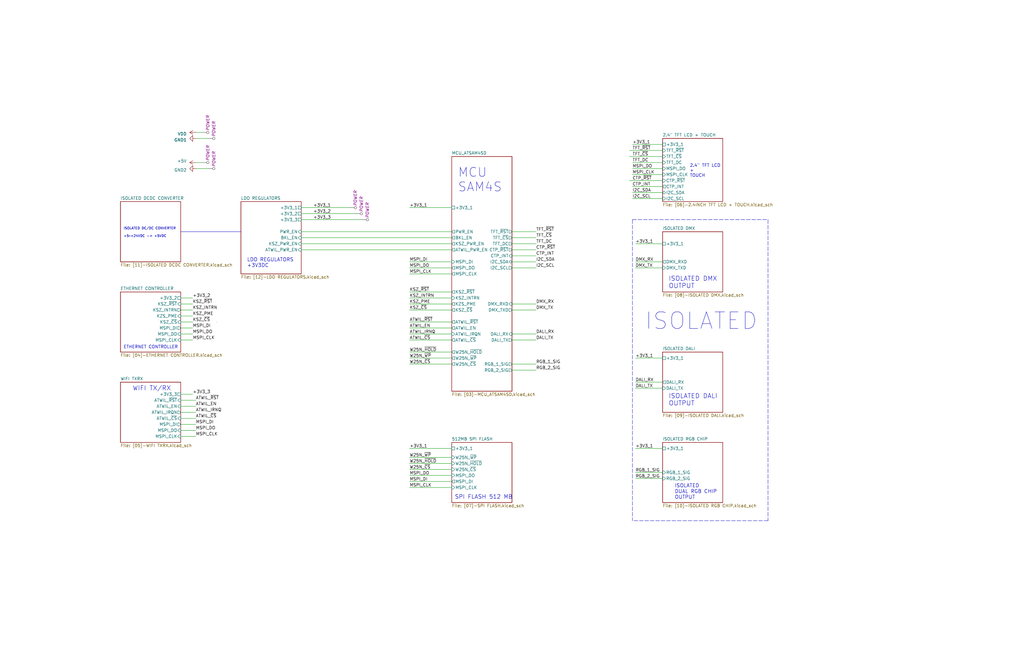
<source format=kicad_sch>
(kicad_sch (version 20230121) (generator eeschema)
  (paper "B")
  (title_block (title "SparkleSplashy") (date "2023-04-25") (company "Siavash Taher Parvar") (comment 1 "Siavash Taher Parvar") (comment 2 "Siavash Taher Parvar") (comment 3 "Siavash Taher Parvar") (comment 4 "_BOM_SpSp_V1.xlsx") (comment 5 "_ASM_SpSp_V1.html") (comment 6 "_GERBER_JLCPCB042023.zip") (comment 8 "No Variant") (comment 9 "N/A"))
  (lib_symbols
    (symbol "power:+5V" (power) (pin_names (offset 0))
      (property "Value" "+5V" (at 0 3.556 0))
      (symbol "+5V_0_1"
        (polyline (pts (xy -0.762 1.27) (xy 0 2.54)))
        (polyline (pts (xy 0 0) (xy 0 2.54)))
        (polyline (pts (xy 0 2.54) (xy 0.762 1.27)))
      )
      (symbol "+5V_1_1"
        (pin power_in line (at 0 0 90) (length 0) hide (name "+5V") (number "1"))
      )
    )
    (symbol "power:GND1" (power) (pin_names (offset 0))
      (property "Value" "GND1" (at 0 -3.81 0))
      (symbol "GND1_0_1"
        (polyline (pts (xy 0 0) (xy 0 -1.27) (xy 1.27 -1.27) (xy 0 -2.54) (xy -1.27 -1.27) (xy 0 -1.27)))
      )
      (symbol "GND1_1_1"
        (pin power_in line (at 0 0 270) (length 0) hide (name "GND1") (number "1"))
      )
    )
    (symbol "power:GND2" (power) (pin_names (offset 0))
      (property "Value" "GND2" (at 0 -3.81 0))
      (symbol "GND2_0_1"
        (polyline (pts (xy 0 0) (xy 0 -1.27) (xy 1.27 -1.27) (xy 0 -2.54) (xy -1.27 -1.27) (xy 0 -1.27)))
      )
      (symbol "GND2_1_1"
        (pin power_in line (at 0 0 270) (length 0) hide (name "GND2") (number "1"))
      )
    )
    (symbol "power:VDD" (power) (pin_names (offset 0))
      (property "Value" "VDD" (at 0 3.81 0))
      (symbol "VDD_0_1"
        (polyline (pts (xy -0.762 1.27) (xy 0 2.54)))
        (polyline (pts (xy 0 0) (xy 0 2.54)))
        (polyline (pts (xy 0 2.54) (xy 0.762 1.27)))
      )
      (symbol "VDD_1_1"
        (pin power_in line (at 0 0 90) (length 0) hide (name "VDD") (number "1"))
      )
    )
  )
  (wire (pts (xy 127 90.17) (xy 149.86 90.17)))
  (wire (pts (xy 266.7 60.96) (xy 279.4 60.96)))
  (wire (pts (xy 172.72 128.27) (xy 190.5 128.27)))
  (wire (pts (xy 215.9 102.87) (xy 226.06 102.87)))
  (wire (pts (xy 215.9 110.49) (xy 226.06 110.49)))
  (polyline (pts (xy 266.7 92.71) (xy 323.85 92.71)) (stroke (width 0) (type dash)))
  (wire (pts (xy 215.9 105.41) (xy 226.06 105.41)))
  (wire (pts (xy 215.9 113.03) (xy 226.06 113.03)))
  (wire (pts (xy 76.2 138.43) (xy 81.28 138.43)))
  (polyline (pts (xy 91.44 135.89) (xy 91.44 135.89)))
  (wire (pts (xy 190.5 153.67) (xy 172.72 153.67)))
  (wire (pts (xy 215.9 128.27) (xy 226.06 128.27)))
  (wire (pts (xy 82.55 71.12) (xy 87.63 71.12)))
  (wire (pts (xy 265.43 76.2) (xy 279.4 76.2)))
  (wire (pts (xy 172.72 205.74) (xy 190.5 205.74)))
  (wire (pts (xy 76.2 171.45) (xy 82.55 171.45)))
  (wire (pts (xy 266.7 81.28) (xy 279.4 81.28)))
  (wire (pts (xy 266.7 71.12) (xy 279.4 71.12)))
  (wire (pts (xy 76.2 133.35) (xy 81.28 133.35)))
  (wire (pts (xy 215.9 100.33) (xy 226.06 100.33)))
  (wire (pts (xy 172.72 123.19) (xy 190.5 123.19)))
  (wire (pts (xy 172.72 87.63) (xy 190.5 87.63)))
  (wire (pts (xy 127 87.63) (xy 147.32 87.63)))
  (wire (pts (xy 215.9 140.97) (xy 226.06 140.97)))
  (wire (pts (xy 279.4 189.23) (xy 267.97 189.23)))
  (wire (pts (xy 82.55 58.42) (xy 87.63 58.42)))
  (wire (pts (xy 172.72 193.04) (xy 190.5 193.04)))
  (wire (pts (xy 279.4 151.13) (xy 267.97 151.13)))
  (wire (pts (xy 76.2 143.51) (xy 81.28 143.51)))
  (wire (pts (xy 267.97 161.29) (xy 279.4 161.29)))
  (wire (pts (xy 76.2 135.89) (xy 81.28 135.89)))
  (wire (pts (xy 172.72 113.03) (xy 190.5 113.03)))
  (wire (pts (xy 172.72 195.58) (xy 190.5 195.58)))
  (wire (pts (xy 172.72 200.66) (xy 190.5 200.66)))
  (wire (pts (xy 127 92.71) (xy 152.4 92.71)))
  (wire (pts (xy 76.2 168.91) (xy 82.55 168.91)))
  (wire (pts (xy 76.2 181.61) (xy 82.55 181.61)))
  (wire (pts (xy 127 100.33) (xy 190.5 100.33)))
  (wire (pts (xy 172.72 198.12) (xy 190.5 198.12)))
  (wire (pts (xy 190.5 148.59) (xy 172.72 148.59)))
  (wire (pts (xy 172.72 125.73) (xy 190.5 125.73)))
  (wire (pts (xy 76.2 176.53) (xy 82.55 176.53)))
  (wire (pts (xy 266.7 78.74) (xy 279.4 78.74)))
  (wire (pts (xy 215.9 156.21) (xy 226.06 156.21)))
  (wire (pts (xy 190.5 143.51) (xy 172.72 143.51)))
  (polyline (pts (xy 323.85 219.71) (xy 266.7 219.71)) (stroke (width 0) (type dash)))
  (polyline (pts (xy 266.7 92.71) (xy 266.7 219.71)) (stroke (width 0) (type dash)))
  (wire (pts (xy 82.55 55.88) (xy 85.09 55.88)))
  (wire (pts (xy 190.5 140.97) (xy 172.72 140.97)))
  (wire (pts (xy 265.43 63.5) (xy 279.4 63.5)))
  (wire (pts (xy 267.97 163.83) (xy 279.4 163.83)))
  (polyline (pts (xy 323.85 92.71) (xy 323.85 219.71)) (stroke (width 0) (type dash)))
  (wire (pts (xy 267.97 110.49) (xy 279.4 110.49)))
  (wire (pts (xy 76.2 140.97) (xy 81.28 140.97)))
  (wire (pts (xy 76.2 166.37) (xy 81.28 166.37)))
  (wire (pts (xy 266.7 73.66) (xy 279.4 73.66)))
  (wire (pts (xy 215.9 107.95) (xy 226.06 107.95)))
  (wire (pts (xy 172.72 115.57) (xy 190.5 115.57)))
  (wire (pts (xy 76.2 130.81) (xy 81.28 130.81)))
  (polyline (pts (xy 76.2 97.79) (xy 101.6 97.79)) (stroke (width 0) (type solid)))
  (wire (pts (xy 76.2 125.73) (xy 81.28 125.73)))
  (wire (pts (xy 172.72 138.43) (xy 190.5 138.43)))
  (wire (pts (xy 265.43 66.04) (xy 279.4 66.04)))
  (wire (pts (xy 190.5 189.23) (xy 172.72 189.23)))
  (wire (pts (xy 76.2 179.07) (xy 82.55 179.07)))
  (wire (pts (xy 190.5 135.89) (xy 172.72 135.89)))
  (wire (pts (xy 127 105.41) (xy 190.5 105.41)))
  (wire (pts (xy 127 97.79) (xy 190.5 97.79)))
  (wire (pts (xy 215.9 143.51) (xy 226.06 143.51)))
  (wire (pts (xy 267.97 201.93) (xy 279.4 201.93)))
  (wire (pts (xy 266.7 68.58) (xy 279.4 68.58)))
  (wire (pts (xy 76.2 184.15) (xy 82.55 184.15)))
  (wire (pts (xy 215.9 153.67) (xy 226.06 153.67)))
  (wire (pts (xy 82.55 68.58) (xy 85.09 68.58)))
  (wire (pts (xy 172.72 110.49) (xy 190.5 110.49)))
  (wire (pts (xy 172.72 130.81) (xy 190.5 130.81)))
  (wire (pts (xy 172.72 203.2) (xy 190.5 203.2)))
  (wire (pts (xy 279.4 102.87) (xy 267.97 102.87)))
  (wire (pts (xy 267.97 199.39) (xy 279.4 199.39)))
  (wire (pts (xy 127 102.87) (xy 190.5 102.87)))
  (wire (pts (xy 190.5 151.13) (xy 172.72 151.13)))
  (wire (pts (xy 76.2 173.99) (xy 82.55 173.99)))
  (wire (pts (xy 76.2 128.27) (xy 81.28 128.27)))
  (wire (pts (xy 266.7 83.82) (xy 279.4 83.82)))
  (wire (pts (xy 215.9 130.81) (xy 226.06 130.81)))
  (wire (pts (xy 267.97 113.03) (xy 279.4 113.03)))
  (wire (pts (xy 215.9 97.79) (xy 226.06 97.79)))
  (text "ETHERNET CONTROLLER" (at 52.07 147.32 0) (effects (font (size 1.3 1.3)) (justify left bottom)))
  (text "ISOLATED" (at 271.78 139.7 0) (effects (font (size 7 7)) (justify left bottom)))
  (text "WIFI TX/RX" (at 55.88 165.1 0) (effects (font (size 1.905 1.905)) (justify left bottom)))
  (text "SPI FLASH 512 MB" (at 191.77 210.82 0) (effects (font (size 1.7 1.7)) (justify left bottom)))
  (text "ISOLATED DALI\nOUTPUT" (at 281.94 171.45 0) (effects (font (size 1.905 1.905)) (justify left bottom)))
  (text "2.4\" TFT LCD\n+\nTOUCH" (at 290.83 74.93 0) (effects (font (size 1.3 1.3)) (justify left bottom)))
  (text "LDO REGULATORS\n+3V3DC" (at 104.14 113.03 0) (effects (font (size 1.5 1.5)) (justify left bottom)))
  (text "ISOLATED DMX\nOUTPUT" (at 281.94 121.92 0) (effects (font (size 1.905 1.905)) (justify left bottom)))
  (text "ISOLATED DC/DC CONVERTER\n\n+5~+24VDC -> +5VDC" (at 52.07 100.33 0) (effects (font (size 1 1)) (justify left bottom)))
  (text "MCU\nSAM4S" (at 193.04 81.28 0) (effects (font (size 3.81 3.81)) (justify left bottom)))
  (text "ISOLATED\nDUAL RGB CHIP\nOUTPUT" (at 284.48 210.82 0) (effects (font (size 1.5 1.5)) (justify left bottom)))
  (label "KSZ_~{CS}" (at 81.28 135.89 0))
  (label "MSPI_DI" (at 82.55 179.07 0))
  (label "ATWIL_EN" (at 82.55 171.45 0))
  (label "MSPI_DO" (at 266.7 71.12 0))
  (label "DALI_RX" (at 226.06 140.97 0))
  (label "+3V3_2" (at 132.08 90.17 0))
  (label "+3V3_3" (at 81.28 166.37 0))
  (label "MSPI_DO" (at 172.72 113.03 0))
  (label "I2C_SDA" (at 226.06 110.49 0))
  (label "MSPI_DO" (at 82.55 181.61 0))
  (label "ATWIL_~{RST}" (at 172.72 135.89 0))
  (label "MSPI_CLK" (at 266.7 73.66 0))
  (label "+3V3_1" (at 267.97 189.23 0))
  (label "CTP_INT" (at 266.7 78.74 0))
  (label "+3V3_2" (at 81.28 125.73 0))
  (label "TFT_~{RST}" (at 266.7 63.5 0))
  (label "W25N_~{HOLD}" (at 172.72 195.58 0))
  (label "+3V3_1" (at 132.08 87.63 0))
  (label "KSZ_PME" (at 81.28 133.35 0))
  (label "+3V3_1" (at 267.97 151.13 0))
  (label "TFT_~{CS}" (at 226.06 100.33 0))
  (label "I2C_SCL" (at 266.7 83.82 0))
  (label "RGB_2_SIG" (at 267.97 201.93 0))
  (label "DALI_TX" (at 267.97 163.83 0))
  (label "W25N_~{CS}" (at 172.72 198.12 0))
  (label "MSPI_DI" (at 172.72 110.49 0))
  (label "MSPI_DI" (at 172.72 203.2 0))
  (label "+3V3_3" (at 132.08 92.71 0))
  (label "MSPI_DI" (at 81.28 138.43 0))
  (label "I2C_SCL" (at 226.06 113.03 0))
  (label "DMX_RX" (at 226.06 128.27 0))
  (label "W25N_~{CS}" (at 172.72 153.67 0))
  (label "KSZ_~{RST}" (at 172.72 123.19 0))
  (label "CTP_~{RST}" (at 226.06 105.41 0))
  (label "ATWIL_IRNQ" (at 82.55 173.99 0))
  (label "MSPI_CLK" (at 172.72 205.74 0))
  (label "+3V3_1" (at 172.72 189.23 0))
  (label "W25N_~{WP}" (at 172.72 193.04 0))
  (label "W25N_~{WP}" (at 172.72 151.13 0))
  (label "TFT_~{RST}" (at 226.06 97.79 0))
  (label "CTP_~{RST}" (at 266.7 76.2 0))
  (label "TFT_~{CS}" (at 266.7 66.04 0))
  (label "MSPI_CLK" (at 81.28 143.51 0))
  (label "DMX_RX" (at 267.97 110.49 0))
  (label "DMX_TX" (at 226.06 130.81 0))
  (label "ATWIL_~{CS}" (at 82.55 176.53 0))
  (label "DALI_TX" (at 226.06 143.51 0))
  (label "MSPI_DO" (at 172.72 200.66 0))
  (label "MSPI_CLK" (at 82.55 184.15 0))
  (label "KSZ_INTRN" (at 81.28 130.81 0))
  (label "RGB_1_SIG" (at 226.06 153.67 0))
  (label "RGB_2_SIG" (at 226.06 156.21 0))
  (label "+3V3_1" (at 267.97 102.87 0))
  (label "KSZ_~{CS}" (at 172.72 130.81 0))
  (label "CTP_INT" (at 226.06 107.95 0))
  (label "W25N_~{HOLD}" (at 172.72 148.59 0))
  (label "ATWIL_~{CS}" (at 172.72 143.51 0))
  (label "KSZ_PME" (at 172.72 128.27 0))
  (label "+3V3_1" (at 266.7 60.96 0))
  (label "KSZ_~{RST}" (at 81.28 128.27 0))
  (label "MSPI_CLK" (at 172.72 115.57 0))
  (label "TFT_DC" (at 266.7 68.58 0))
  (label "DMX_TX" (at 267.97 113.03 0))
  (label "RGB_1_SIG" (at 267.97 199.39 0))
  (label "I2C_SDA" (at 266.7 81.28 0))
  (label "ATWIL_~{RST}" (at 82.55 168.91 0))
  (label "+3V3_1" (at 172.72 87.63 0))
  (label "DALI_RX" (at 267.97 161.29 0))
  (label "MSPI_DO" (at 81.28 140.97 0))
  (label "KSZ_INTRN" (at 172.72 125.73 0))
  (label "ATWIL_IRNQ" (at 172.72 140.97 0))
  (label "ATWIL_EN" (at 172.72 138.43 0))
  (label "TFT_DC" (at 226.06 102.87 0))
  (netclass_flag "" (length 2.54) (shape round) (at 87.63 71.12 270) (property "Netclass" "POWER" (at 90.17 70.4215 90) (effects (font italic) (justify left))))
  (netclass_flag "" (length 2.54) (shape round) (at 87.63 58.42 270) (property "Netclass" "POWER" (at 90.17 57.7215 90) (effects (font italic) (justify left))))
  (netclass_flag "" (length 2.54) (shape round) (at 149.86 90.17 270) (property "Netclass" "POWER" (at 152.4 89.4715 90) (effects (font italic) (justify left))))
  (netclass_flag "" (length 2.54) (shape round) (at 85.09 55.88 270) (property "Netclass" "POWER" (at 87.63 55.1815 90) (effects (font italic) (justify left))))
  (netclass_flag "" (length 2.54) (shape round) (at 147.32 87.63 270) (property "Netclass" "POWER" (at 149.86 86.9315 90) (effects (font italic) (justify left))))
  (netclass_flag "" (length 2.54) (shape round) (at 152.4 92.71 270) (property "Netclass" "POWER" (at 154.94 92.0115 90) (effects (font italic) (justify left))))
  (netclass_flag "" (length 2.54) (shape round) (at 85.09 68.58 270) (property "Netclass" "POWER" (at 87.63 67.8815 90) (effects (font italic) (justify left))))
  (symbol (lib_id "power:GND2") (at 82.55 71.12 270) (unit 1)
    (property "Reference" "#PWR01112" (effects hide))
    (property "Value" "GND2" (at 78.74 71.755 90) (effects (justify right)))
    (instances (project "_HW_SparkleSplashy" (path "" (reference "#PWR01112") (unit 1)) (path "" (reference "#PWR01") (unit 1))))
  )
  (symbol (lib_id "power:GND1") (at 82.55 58.42 270) (unit 1)
    (property "Reference" "#PWR01113" (effects hide))
    (property "Value" "GND1" (at 78.74 59.055 90) (effects (justify right)))
    (instances (project "_HW_SparkleSplashy" (path "" (reference "#PWR01113") (unit 1)) (path "" (reference "#PWR02") (unit 1))))
  )
  (symbol (lib_id "power:+5V") (at 82.55 68.58 90) (unit 1)
    (property "Reference" "#PWR?" (effects hide))
    (property "Value" "+5V" (at 78.74 67.945 90) (effects (justify left)))
    (instances (project "_HW_SparkleSplashy" (path "" (reference "#PWR?") (unit 1)) (path "" (reference "#PWR01114") (unit 1)) (path "" (reference "#PWR03") (unit 1))))
  )
  (symbol (lib_id "power:VDD") (at 82.55 55.88 90) (unit 1)
    (property "Reference" "#PWR01115" (effects hide))
    (property "Value" "VDD" (at 78.74 56.515 90) (effects (justify left)))
    (instances (project "_HW_SparkleSplashy" (path "" (reference "#PWR01115") (unit 1)) (path "" (reference "#PWR04") (unit 1))))
  )
  (sheet (at 279.4 58.42) (size 25.4 26.67) (stroke (width 0.1524))
    (property "Sheetname" "2.4\" TFT LCD + TOUCH" (at 279.4 57.7084 0) (effects (justify left bottom)))
    (property "Sheetfile" "[06]-2.4INCH TFT LCD + TOUCH.kicad_sch" (at 279.4 85.6746 0) (effects (justify left top)))
    (pin "+3V3_1" passive (at 279.4 60.96 180))
    (pin "CTP_INT" output (at 279.4 78.74 180))
    (pin "TFT_~{CS}" input (at 279.4 66.04 180))
    (pin "TFT_DC" input (at 279.4 68.58 180))
    (pin "I2C_SCL" input (at 279.4 83.82 180))
    (pin "I2C_SDA" bidirectional (at 279.4 81.28 180))
    (pin "MSPI_DO" input (at 279.4 71.12 180))
    (pin "MSPI_CLK" input (at 279.4 73.66 180))
    (pin "CTP_~{RST}" input (at 279.4 76.2 180))
    (pin "TFT_~{RST}" input (at 279.4 63.5 180))
  )
  (sheet (at 190.5 186.69) (size 25.4 25.4) (stroke (width 0.1524))
    (property "Sheetname" "512MB SPI FLASH" (at 190.5 185.9784 0) (effects (justify left bottom)))
    (property "Sheetfile" "[07]-SPI FLASH.kicad_sch" (at 190.5 212.6746 0) (effects (justify left top)))
    (pin "+3V3_1" passive (at 190.5 189.23 180))
    (pin "W25N_~{WP}" input (at 190.5 193.04 180))
    (pin "W25N_~{HOLD}" input (at 190.5 195.58 180))
    (pin "MSPI_DO" input (at 190.5 200.66 180))
    (pin "MSPI_CLK" input (at 190.5 205.74 180))
    (pin "MSPI_DI" output (at 190.5 203.2 180))
    (pin "W25N_~{CS}" input (at 190.5 198.12 180))
  )
  (sheet (at 50.8 123.19) (size 25.4 25.4) (stroke (width 0.1524))
    (property "Sheetname" "ETHERNET CONTROLLER" (at 50.8 122.4784 0) (effects (justify left bottom)))
    (property "Sheetfile" "[04]-ETHERNET CONTROLLER.kicad_sch" (at 50.8 149.1746 0) (effects (justify left top)))
    (pin "+3V3_2" passive (at 76.2 125.73 0))
    (pin "KSZ_INTRN" output (at 76.2 130.81 0))
    (pin "KZS_PME" input (at 76.2 133.35 0))
    (pin "MSPI_CLK" input (at 76.2 143.51 0))
    (pin "MSPI_DI" output (at 76.2 138.43 0))
    (pin "KSZ_~{CS}" input (at 76.2 135.89 0))
    (pin "MSPI_DO" input (at 76.2 140.97 0))
    (pin "KSZ_~{RST}" input (at 76.2 128.27 0))
  )
  (sheet (at 279.4 148.59) (size 25.4 25.4) (stroke (width 0.1524))
    (property "Sheetname" "ISOLATED DALI" (at 279.4 147.8784 0) (effects (justify left bottom)))
    (property "Sheetfile" "[09]-ISOLATED DALI.kicad_sch" (at 279.4 174.5746 0) (effects (justify left top)))
    (pin "+3V3_1" passive (at 279.4 151.13 180))
    (pin "DALI_RX" output (at 279.4 161.29 180))
    (pin "DALI_TX" input (at 279.4 163.83 180))
  )
  (sheet (at 190.5 66.04) (size 25.4 99.06) (stroke (width 0.1524))
    (property "Sheetname" "MCU_ATSAM4SD" (at 190.5 65.3284 0) (effects (justify left bottom)))
    (property "Sheetfile" "[03]-MCU_ATSAM4SD.kicad_sch" (at 190.5 165.6846 0) (effects (justify left top)))
    (pin "+3V3_1" passive (at 190.5 87.63 180))
    (pin "DMX_RXD" input (at 215.9 128.27 0))
    (pin "DMX_TXD" output (at 215.9 130.81 0))
    (pin "I2C_SDA" bidirectional (at 215.9 110.49 0))
    (pin "I2C_SCL" output (at 215.9 113.03 0))
    (pin "BKL_EN" output (at 190.5 100.33 180))
    (pin "PWR_EN" output (at 190.5 97.79 180))
    (pin "CTP_INT" input (at 215.9 107.95 0))
    (pin "TFT_~{CS}" output (at 215.9 100.33 0))
    (pin "DALI_RX" input (at 215.9 140.97 0))
    (pin "DALI_TX" output (at 215.9 143.51 0))
    (pin "TFT_DC" output (at 215.9 102.87 0))
    (pin "MSPI_DI" input (at 190.5 110.49 180))
    (pin "KZS_PME" output (at 190.5 128.27 180))
    (pin "KSZ_~{CS}" output (at 190.5 130.81 180))
    (pin "KSZ_INTRN" input (at 190.5 125.73 180))
    (pin "W25N_~{WP}" output (at 190.5 151.13 180))
    (pin "W25N_~{HOLD}" output (at 190.5 148.59 180))
    (pin "MSPI_DO" output (at 190.5 113.03 180))
    (pin "MSPI_CLK" output (at 190.5 115.57 180))
    (pin "KSZ_PWR_EN" output (at 190.5 102.87 180))
    (pin "W25N_~{CS}" output (at 190.5 153.67 180))
    (pin "ATWIL_IRQN" input (at 190.5 140.97 180))
    (pin "ATWIL_EN" output (at 190.5 138.43 180))
    (pin "ATWIL_~{CS}" output (at 190.5 143.51 180))
    (pin "ATWIL_~{RST}" output (at 190.5 135.89 180))
    (pin "CTP_~{RST}" output (at 215.9 105.41 0))
    (pin "TFT_~{RST}" output (at 215.9 97.79 0))
    (pin "ATWIL_PWR_EN" output (at 190.5 105.41 180))
    (pin "KSZ_~{RST}" output (at 190.5 123.19 180))
    (pin "RGB_2_SIG" output (at 215.9 156.21 0))
    (pin "RGB_1_SIG" output (at 215.9 153.67 0))
  )
  (sheet (at 279.4 186.69) (size 25.4 25.4) (stroke (width 0.1524))
    (property "Sheetname" "ISOLATED RGB CHIP" (at 279.4 185.9784 0) (effects (justify left bottom)))
    (property "Sheetfile" "[10]-ISOLATED RGB CHIP.kicad_sch" (at 279.4 212.6746 0) (effects (justify left top)))
    (pin "+3V3_1" passive (at 279.4 189.23 180))
    (pin "RGB_1_SIG" input (at 279.4 199.39 180))
    (pin "RGB_2_SIG" input (at 279.4 201.93 180))
  )
  (sheet (at 279.4 97.79) (size 25.4 25.4) (stroke (width 0.1524))
    (property "Sheetname" "ISOLATED DMX" (at 279.4 97.0784 0) (effects (justify left bottom)))
    (property "Sheetfile" "[08]-ISOLATED DMX.kicad_sch" (at 279.4 123.7746 0) (effects (justify left top)))
    (pin "DMX_TXD" input (at 279.4 113.03 180))
    (pin "+3V3_1" passive (at 279.4 102.87 180))
    (pin "DMX_RXD" output (at 279.4 110.49 180))
  )
  (sheet (at 101.6 85.09) (size 25.4 30.48) (stroke (width 0.1524))
    (property "Sheetname" "LDO REGULATORS" (at 101.6 84.3784 0) (effects (justify left bottom)))
    (property "Sheetfile" "[12]-LDO REGULATORS.kicad_sch" (at 101.6 116.1546 0) (effects (justify left top)))
    (pin "BKL_EN" input (at 127 100.33 0))
    (pin "PWR_EN" input (at 127 97.79 0))
    (pin "+3V3_2" passive (at 127 90.17 0))
    (pin "+3V3_1" passive (at 127 87.63 0))
    (pin "+3V3_3" passive (at 127 92.71 0))
    (pin "KSZ_PWR_EN" input (at 127 102.87 0))
    (pin "ATWIL_PWR_EN" input (at 127 105.41 0))
  )
  (sheet (at 50.8 85.09) (size 25.4 25.4) (stroke (width 0.1524))
    (property "Sheetname" "ISOLATED DCDC CONVERTER" (at 50.8 84.3784 0) (effects (justify left bottom)))
    (property "Sheetfile" "[11]-ISOLATED DCDC CONVERTER.kicad_sch" (at 50.8 111.0746 0) (effects (justify left top)))
  )
  (sheet (at 50.8 161.29) (size 25.4 25.4) (stroke (width 0.1524))
    (property "Sheetname" "WIFI TXRX" (at 50.8 160.5784 0) (effects (justify left bottom)))
    (property "Sheetfile" "[05]-WIFI TXRX.kicad_sch" (at 50.8 187.2746 0) (effects (justify left top)))
    (pin "+3V3_3" passive (at 76.2 166.37 0))
    (pin "MSPI_DO" input (at 76.2 181.61 0))
    (pin "MSPI_DI" output (at 76.2 179.07 0))
    (pin "MSPI_CLK" input (at 76.2 184.15 0))
    (pin "ATWIL_~{CS}" input (at 76.2 176.53 0))
    (pin "ATWIL_IRQN" output (at 76.2 173.99 0))
    (pin "ATWIL_EN" input (at 76.2 171.45 0))
    (pin "ATWIL_~{RST}" input (at 76.2 168.91 0))
  )
)
</source>
